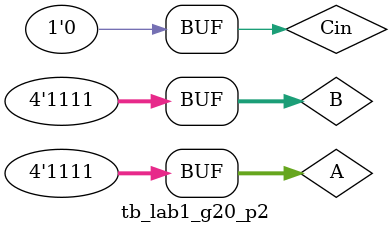
<source format=sv>
module tb_lab1_g20_p2();
    logic [3:0] A;
    logic [3:0] B;
    logic Cin;
    logic [3:0] Sum;
    logic Cout;
     ripple_carry_adder dut(A,B,Cin,Sum,Cout);    
     initial begin
     A = 4'b0011;B=4'b0011;Cin = 1'b0; #10;
     A = 4'b1011;B=4'b0111;Cin = 1'b1; #10;
     A = 4'b1111;B=4'b1111;Cin = 1'b0; #10;
     end

endmodule
</source>
